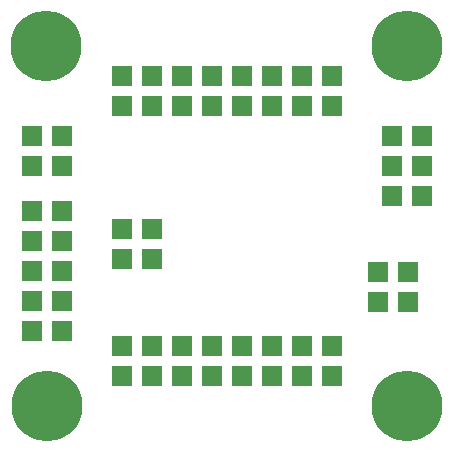
<source format=gbr>
G04 #@! TF.FileFunction,Soldermask,Top*
%FSLAX46Y46*%
G04 Gerber Fmt 4.6, Leading zero omitted, Abs format (unit mm)*
G04 Created by KiCad (PCBNEW 0.201503110816+5502~22~ubuntu14.04.1-product) date St 11. březen 2015, 23:46:55 CET*
%MOMM*%
G01*
G04 APERTURE LIST*
%ADD10C,0.100000*%
%ADD11R,1.651000X1.651000*%
%ADD12C,6.000000*%
G04 APERTURE END LIST*
D10*
D11*
X36830000Y12700000D03*
X36830000Y15240000D03*
X36830000Y17780000D03*
X34290000Y17780000D03*
X34290000Y15240000D03*
X34290000Y12700000D03*
X11430000Y7366000D03*
X11430000Y9906000D03*
D12*
X5080000Y-5080000D03*
X35560000Y25400000D03*
X5050000Y25400000D03*
X35560000Y-5080000D03*
D11*
X3810000Y17780000D03*
X3810000Y15240000D03*
X6350000Y15240000D03*
X6350000Y17780000D03*
X3810000Y3810000D03*
X6350000Y11430000D03*
X6350000Y6350000D03*
X3810000Y11430000D03*
X6350000Y1270000D03*
X6350000Y3810000D03*
X6350000Y8890000D03*
X3810000Y1270000D03*
X3810000Y8890000D03*
X3810000Y6350000D03*
X13970000Y9906000D03*
X13970000Y7366000D03*
X13970000Y22860000D03*
X11430000Y22860000D03*
X29210000Y20320000D03*
X26670000Y20320000D03*
X16510000Y22860000D03*
X24130000Y20320000D03*
X21590000Y22860000D03*
X29210000Y22860000D03*
X21590000Y20320000D03*
X16510000Y20320000D03*
X24130000Y22860000D03*
X11430000Y20320000D03*
X13970000Y20320000D03*
X19050000Y20320000D03*
X26670000Y22860000D03*
X19050000Y22860000D03*
X26670000Y-2540000D03*
X29210000Y-2540000D03*
X11430000Y0D03*
X13970000Y0D03*
X24130000Y-2540000D03*
X16510000Y0D03*
X19050000Y-2540000D03*
X11430000Y-2540000D03*
X19050000Y0D03*
X24130000Y0D03*
X16510000Y-2540000D03*
X29210000Y0D03*
X26670000Y0D03*
X21590000Y0D03*
X13970000Y-2540000D03*
X21590000Y-2540000D03*
X33147000Y6223000D03*
X35687000Y6223000D03*
X35687000Y3683000D03*
X33147000Y3683000D03*
M02*

</source>
